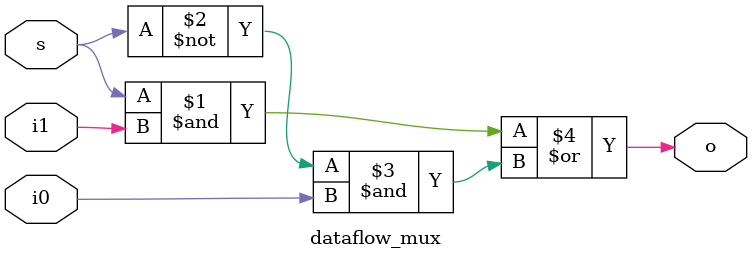
<source format=v>
`timescale 1ns / 1ps


module dataflow_mux(input i0,i1,s,output wire o );
assign o=(s&i1)|(~s&i0);
endmodule

</source>
